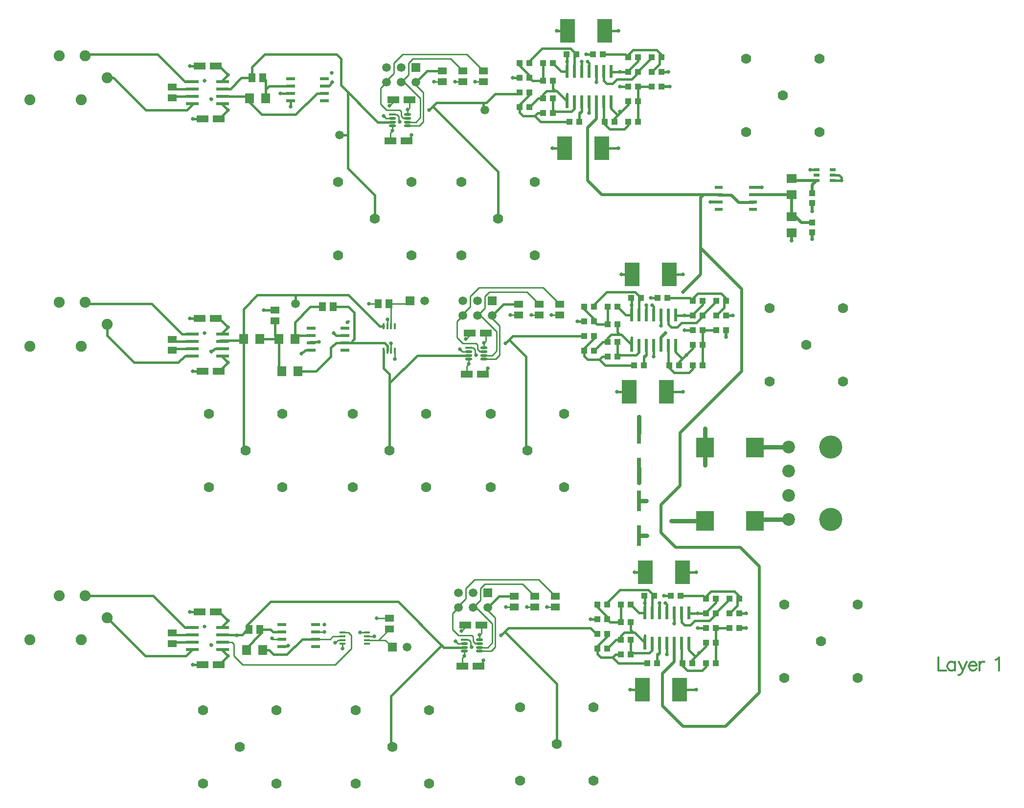
<source format=gtl>
%FSLAX24Y24*%
%MOIN*%
G70*
G01*
G75*
G04 Layer_Physical_Order=1*
%ADD10R,0.0866X0.0236*%
%ADD11R,0.0409X0.0150*%
%ADD12R,0.0236X0.0866*%
%ADD13R,0.0433X0.0394*%
%ADD14R,0.0787X0.0472*%
%ADD15R,0.0866X0.0236*%
%ADD16R,0.0591X0.0512*%
%ADD17R,0.0480X0.0169*%
%ADD18O,0.0480X0.0169*%
%ADD19R,0.1024X0.1614*%
%ADD20R,0.0394X0.0236*%
%ADD21R,0.1240X0.1360*%
%ADD22R,0.0315X0.1417*%
%ADD23R,0.0709X0.0630*%
%ADD24R,0.0394X0.0433*%
%ADD25R,0.0551X0.0236*%
%ADD26O,0.0409X0.0150*%
%ADD27R,0.0630X0.0709*%
%ADD28R,0.0512X0.0591*%
%ADD29R,0.0610X0.0236*%
%ADD30R,0.0150X0.0409*%
%ADD31O,0.0150X0.0409*%
%ADD32C,0.0160*%
%ADD33C,0.0100*%
%ADD34C,0.0300*%
%ADD35C,0.0200*%
%ADD36C,0.0120*%
%ADD37C,0.0591*%
%ADD38R,0.0591X0.0591*%
%ADD39C,0.0750*%
%ADD40C,0.0700*%
%ADD41C,0.0866*%
%ADD42C,0.1575*%
%ADD43C,0.0591*%
%ADD44C,0.0250*%
D10*
X34624Y42550D02*
D03*
X32576Y80250D02*
D03*
Y79750D02*
D03*
Y79250D02*
D03*
X34624Y80750D02*
D03*
Y79250D02*
D03*
X32576Y42550D02*
D03*
Y43050D02*
D03*
Y62550D02*
D03*
Y63050D02*
D03*
X34624Y43050D02*
D03*
X32576Y42050D02*
D03*
Y62050D02*
D03*
X34624Y63050D02*
D03*
Y62550D02*
D03*
Y42050D02*
D03*
Y62050D02*
D03*
Y43550D02*
D03*
Y63550D02*
D03*
Y79750D02*
D03*
Y80250D02*
D03*
D11*
X42800Y43200D02*
D03*
D12*
X63400Y44524D02*
D03*
X63900D02*
D03*
X64400D02*
D03*
X66400Y42476D02*
D03*
X65900D02*
D03*
X65400D02*
D03*
X58100Y81424D02*
D03*
X58600D02*
D03*
X59100D02*
D03*
X61100Y79376D02*
D03*
X60600D02*
D03*
X60100D02*
D03*
X62500Y62776D02*
D03*
X63000D02*
D03*
X63500D02*
D03*
X64000D02*
D03*
X64500D02*
D03*
X65000D02*
D03*
X65500D02*
D03*
X62500Y64824D02*
D03*
X63000D02*
D03*
X63500D02*
D03*
X64000D02*
D03*
X64500D02*
D03*
X65000D02*
D03*
X65500D02*
D03*
X58100Y79376D02*
D03*
X58600D02*
D03*
X59100D02*
D03*
X59600D02*
D03*
Y81424D02*
D03*
X60100D02*
D03*
X60600D02*
D03*
X61100D02*
D03*
X63400Y42476D02*
D03*
X63900D02*
D03*
X64400D02*
D03*
X64900D02*
D03*
Y44524D02*
D03*
X65400D02*
D03*
X65900D02*
D03*
X66400D02*
D03*
D13*
X61535Y62000D02*
D03*
X60865D02*
D03*
X59935Y63400D02*
D03*
X59265D02*
D03*
X60865Y63000D02*
D03*
X61535D02*
D03*
X56465Y79600D02*
D03*
X57135D02*
D03*
X61765Y42700D02*
D03*
X62435D02*
D03*
X62465Y66000D02*
D03*
X63135D02*
D03*
X58065Y82600D02*
D03*
X58735D02*
D03*
X63365Y45700D02*
D03*
X64035D02*
D03*
X66665Y64800D02*
D03*
X67335D02*
D03*
X62265Y81400D02*
D03*
X62935D02*
D03*
X67565Y44500D02*
D03*
X68235D02*
D03*
X65735Y61400D02*
D03*
X65065D02*
D03*
X61335Y78000D02*
D03*
X60665D02*
D03*
X66635Y41100D02*
D03*
X65965D02*
D03*
X63335Y61400D02*
D03*
X62665D02*
D03*
X58935Y78000D02*
D03*
X58265D02*
D03*
X64235Y41100D02*
D03*
X63565D02*
D03*
X59265Y64400D02*
D03*
X59935D02*
D03*
X54865Y81000D02*
D03*
X55535D02*
D03*
X60165Y44100D02*
D03*
X60835D02*
D03*
X68935Y64800D02*
D03*
X68265D02*
D03*
X64535Y81400D02*
D03*
X63865D02*
D03*
X69835Y44500D02*
D03*
X69165D02*
D03*
X68935Y63800D02*
D03*
X68265D02*
D03*
X64535Y80400D02*
D03*
X63865D02*
D03*
X69835Y43500D02*
D03*
X69165D02*
D03*
X59935Y62400D02*
D03*
X59265D02*
D03*
X55535Y79000D02*
D03*
X54865D02*
D03*
X60835Y42100D02*
D03*
X60165D02*
D03*
X61535Y65400D02*
D03*
X60865D02*
D03*
X57135Y82000D02*
D03*
X56465D02*
D03*
X62435Y45100D02*
D03*
X61765D02*
D03*
X67335Y65800D02*
D03*
X66665D02*
D03*
X62935Y82400D02*
D03*
X62265D02*
D03*
X68235Y45500D02*
D03*
X67565D02*
D03*
X66665Y62800D02*
D03*
X67335D02*
D03*
X62265Y79400D02*
D03*
X62935D02*
D03*
X67565Y42500D02*
D03*
X68235D02*
D03*
X54865Y80000D02*
D03*
X55535D02*
D03*
X60165Y43100D02*
D03*
X60835D02*
D03*
X56465Y78600D02*
D03*
X57135D02*
D03*
X61765Y41700D02*
D03*
X62435D02*
D03*
X61535Y64200D02*
D03*
X60865D02*
D03*
X57135Y80800D02*
D03*
X56465D02*
D03*
X62435Y43900D02*
D03*
X61765D02*
D03*
X59265Y65400D02*
D03*
X59935D02*
D03*
X54865Y82000D02*
D03*
X55535D02*
D03*
X60165Y45100D02*
D03*
X60835D02*
D03*
X64265Y66000D02*
D03*
X64935D02*
D03*
X59865Y82600D02*
D03*
X60535D02*
D03*
X65165Y45700D02*
D03*
X65835D02*
D03*
X68935Y65800D02*
D03*
X68265D02*
D03*
X64535Y82400D02*
D03*
X63865D02*
D03*
X69835Y45500D02*
D03*
X69165D02*
D03*
X66665Y63800D02*
D03*
X67335D02*
D03*
X62265Y80400D02*
D03*
X62935D02*
D03*
X67565Y43500D02*
D03*
X68235D02*
D03*
X67335Y61400D02*
D03*
X66665D02*
D03*
X62935Y78000D02*
D03*
X62265D02*
D03*
X68235Y41100D02*
D03*
X67565D02*
D03*
D14*
X34151Y81800D02*
D03*
X33049D02*
D03*
X33249Y78200D02*
D03*
X34351D02*
D03*
X52551Y63600D02*
D03*
X51449D02*
D03*
X52351Y60800D02*
D03*
X51249D02*
D03*
X33249Y41000D02*
D03*
Y61000D02*
D03*
X33049Y44600D02*
D03*
Y64600D02*
D03*
X52051Y40900D02*
D03*
X47151Y76700D02*
D03*
X51149Y43700D02*
D03*
X46249Y79500D02*
D03*
X34351Y41000D02*
D03*
Y61000D02*
D03*
X50949Y40900D02*
D03*
X46049Y76700D02*
D03*
X34151Y44600D02*
D03*
Y64600D02*
D03*
X52251Y43700D02*
D03*
X47351Y79500D02*
D03*
D15*
X32576Y80750D02*
D03*
Y43550D02*
D03*
Y63550D02*
D03*
D16*
X31200Y79626D02*
D03*
Y80374D02*
D03*
X57600Y64826D02*
D03*
Y65574D02*
D03*
X56200Y64826D02*
D03*
Y65574D02*
D03*
X54800Y64826D02*
D03*
Y65574D02*
D03*
X46000Y43426D02*
D03*
Y44174D02*
D03*
X38200Y64426D02*
D03*
Y65174D02*
D03*
X31200Y42426D02*
D03*
Y43174D02*
D03*
Y62426D02*
D03*
Y63174D02*
D03*
X57300Y45674D02*
D03*
X55900D02*
D03*
X54500D02*
D03*
X52400Y81474D02*
D03*
X51000D02*
D03*
X49600D02*
D03*
X57300Y44926D02*
D03*
X52400Y80726D02*
D03*
X55900Y44926D02*
D03*
X51000Y80726D02*
D03*
X54500Y44926D02*
D03*
X49600Y80726D02*
D03*
D17*
X51400Y62600D02*
D03*
X46200Y78500D02*
D03*
X51100Y42700D02*
D03*
D18*
X51400Y62344D02*
D03*
Y62088D02*
D03*
Y61832D02*
D03*
X52432Y62600D02*
D03*
Y62344D02*
D03*
Y62088D02*
D03*
Y61832D02*
D03*
X52132Y42444D02*
D03*
Y42188D02*
D03*
Y41932D02*
D03*
X47231Y78244D02*
D03*
Y77988D02*
D03*
Y77732D02*
D03*
X46200Y77988D02*
D03*
X51100Y42188D02*
D03*
Y42444D02*
D03*
X46200Y78244D02*
D03*
X51100Y41932D02*
D03*
X46200Y77732D02*
D03*
X52132Y42700D02*
D03*
X47231Y78500D02*
D03*
D19*
X62340Y59600D02*
D03*
X64860D02*
D03*
X62540Y67600D02*
D03*
X65060D02*
D03*
X65960Y47300D02*
D03*
X60660Y84200D02*
D03*
X63240Y39300D02*
D03*
X57940Y76200D02*
D03*
X63440Y47300D02*
D03*
X58140Y84200D02*
D03*
X65760Y39300D02*
D03*
X60460Y76200D02*
D03*
D20*
X75098Y74748D02*
D03*
Y74374D02*
D03*
Y74000D02*
D03*
X76200Y74748D02*
D03*
Y74374D02*
D03*
Y74000D02*
D03*
D21*
X67510Y50800D02*
D03*
X70890D02*
D03*
X67510Y55800D02*
D03*
X70890D02*
D03*
D22*
X63000Y49819D02*
D03*
Y52181D02*
D03*
Y54419D02*
D03*
Y56781D02*
D03*
D23*
X73400Y74151D02*
D03*
Y73049D02*
D03*
Y71551D02*
D03*
Y70449D02*
D03*
D24*
X74800Y72465D02*
D03*
Y73135D02*
D03*
Y70465D02*
D03*
Y71135D02*
D03*
D25*
X70761Y72050D02*
D03*
Y72550D02*
D03*
Y73050D02*
D03*
Y73550D02*
D03*
X68439Y72050D02*
D03*
Y72550D02*
D03*
Y73050D02*
D03*
Y73550D02*
D03*
D26*
X42800Y42944D02*
D03*
Y42688D02*
D03*
Y42432D02*
D03*
X44469Y43200D02*
D03*
Y42944D02*
D03*
Y42688D02*
D03*
Y42432D02*
D03*
D27*
X36249Y42000D02*
D03*
X37351D02*
D03*
X39751Y61000D02*
D03*
X38649D02*
D03*
X39551Y63200D02*
D03*
X38449D02*
D03*
X37151D02*
D03*
X36049D02*
D03*
X36449Y79600D02*
D03*
X37551D02*
D03*
D28*
X37174Y43400D02*
D03*
X36426D02*
D03*
X41426Y65400D02*
D03*
X42174D02*
D03*
X45974Y65600D02*
D03*
X45226D02*
D03*
X36626Y81000D02*
D03*
X37374D02*
D03*
D29*
X40648Y63950D02*
D03*
Y63450D02*
D03*
Y62950D02*
D03*
Y62450D02*
D03*
X42952Y63950D02*
D03*
Y63450D02*
D03*
Y62950D02*
D03*
Y62450D02*
D03*
X40952Y42250D02*
D03*
Y42750D02*
D03*
Y43250D02*
D03*
Y43750D02*
D03*
X38648Y42250D02*
D03*
Y42750D02*
D03*
Y43250D02*
D03*
Y43750D02*
D03*
X41552Y79450D02*
D03*
Y79950D02*
D03*
Y80450D02*
D03*
Y80950D02*
D03*
X39248Y79450D02*
D03*
Y79950D02*
D03*
Y80450D02*
D03*
Y80950D02*
D03*
D30*
X45600Y62400D02*
D03*
D31*
X45856D02*
D03*
X46112D02*
D03*
X46368D02*
D03*
X45600Y64069D02*
D03*
X45856D02*
D03*
X46112D02*
D03*
X46368D02*
D03*
D32*
X55300Y55600D02*
Y62000D01*
X54222Y63078D02*
X55300Y62000D01*
X54400Y63400D02*
X59265D01*
X53900Y62900D02*
X54400Y63400D01*
X65060Y67600D02*
X66000D01*
X61800D02*
X62540D01*
X61500Y59600D02*
X62340D01*
X64860D02*
X66000D01*
X63335Y61935D02*
X63500Y62100D01*
Y62776D01*
X63335Y61400D02*
Y61935D01*
X64000Y62000D02*
Y62776D01*
X65524Y64800D02*
X66665D01*
X66100Y63800D02*
X66665D01*
X63500Y64824D02*
Y65500D01*
X63900Y65500D02*
X64000Y65400D01*
Y64824D02*
Y65400D01*
X64500Y64100D02*
Y64824D01*
X67335Y64735D02*
Y64835D01*
X65000Y64200D02*
Y64824D01*
Y64200D02*
X65200Y64000D01*
X65600D01*
X65900Y64300D01*
X66900D01*
X67335Y64735D01*
X66665Y61165D02*
Y61400D01*
X65000Y61300D02*
X65400Y60900D01*
X66400D01*
X66665Y61165D01*
X65000Y61465D02*
Y62776D01*
X65932Y61839D02*
Y61857D01*
X65500Y62289D02*
X65932Y61857D01*
X67335Y61400D02*
Y63800D01*
X68265D01*
X66600Y64800D02*
X67335Y65535D01*
Y65800D01*
X66465Y66000D02*
X66665Y65800D01*
X68935D02*
Y65965D01*
X66600Y65900D02*
X67000Y66300D01*
X68600D01*
X68935Y65965D01*
X62500Y64824D02*
Y65965D01*
X63800Y66000D02*
X64265D01*
X68935Y64800D02*
X69400D01*
X68800Y65335D02*
Y65800D01*
X68265Y64800D02*
X68800Y65335D01*
X67335Y64835D02*
X68200Y65700D01*
X64935Y66000D02*
X66465D01*
X58800Y64400D02*
X59265D01*
X60800Y64200D02*
X60865Y64265D01*
X60135Y64200D02*
X60865D01*
Y64265D02*
Y65400D01*
X62735Y66400D02*
X63135Y66000D01*
X59935Y65400D02*
Y65535D01*
X60800Y66400D02*
X62735D01*
X59935Y65535D02*
X60800Y66400D01*
X63000Y65800D02*
X63135Y65935D01*
X63000Y64824D02*
Y65800D01*
X62465Y66000D02*
X62500Y65965D01*
X62111Y64824D02*
X62500D01*
X61535Y65400D02*
X62111Y64824D01*
X59935Y64400D02*
X60135Y64200D01*
X59935Y64400D02*
Y64565D01*
X59265Y65235D02*
Y65400D01*
Y65235D02*
X59935Y64565D01*
X61100Y63500D02*
X61800D01*
X61535Y63665D02*
X61700Y63500D01*
X61535Y63665D02*
Y64200D01*
X60865Y63000D02*
Y63265D01*
X62500Y62776D02*
Y63300D01*
X61800Y63500D02*
X62500Y62800D01*
X60535Y63000D02*
X60865D01*
X59935Y62400D02*
X60535Y63000D01*
X60865Y63265D02*
X61100Y63500D01*
X61535Y62000D02*
Y63000D01*
X63000Y62300D02*
Y62776D01*
X62800Y62100D02*
X63000Y62300D01*
X61600Y62100D02*
X62800D01*
X59265Y62035D02*
Y62565D01*
X60500Y62000D02*
X60865D01*
X60700Y61400D02*
X62665D01*
X60300Y61800D02*
X60500Y62000D01*
X59500Y61800D02*
X60300D01*
X60700Y61400D01*
X59935Y62400D02*
Y62469D01*
X59935Y63235D02*
Y63400D01*
X59265Y62035D02*
X59500Y61800D01*
X59265Y62565D02*
X59935Y63235D01*
X47888Y62088D02*
X51400D01*
X46000Y55600D02*
Y60800D01*
Y60200D02*
X47888Y62088D01*
X45600Y61200D02*
Y62400D01*
X53774Y65574D02*
X54800D01*
X53000Y64800D02*
X53774Y65574D01*
X42350Y62950D02*
X45650D01*
X43350D02*
X43600Y63200D01*
X45856Y62400D02*
Y62744D01*
X42174Y65400D02*
X43200D01*
X39751Y61000D02*
X41000D01*
X45650Y62950D02*
X45856Y62744D01*
X42000Y62600D02*
X42350Y62950D01*
X42000Y62000D02*
Y62600D01*
X41000Y61000D02*
X42000Y62000D01*
X38449Y61151D02*
X38600Y61000D01*
X38449Y61151D02*
Y63200D01*
X38200Y63449D02*
X38449Y63200D01*
X37151D02*
X38400D01*
X43600D02*
Y65000D01*
X43200Y65400D02*
X43600Y65000D01*
X40600Y65400D02*
X41426D01*
X39551Y63200D02*
X39801Y63450D01*
X39551Y63200D02*
Y64351D01*
X40600Y65400D01*
X43135Y64335D02*
X43200Y64400D01*
X42350Y63450D02*
X42952D01*
X42200Y63600D02*
X42350Y63450D01*
X40250Y62450D02*
X40648D01*
X40000Y62200D02*
X40250Y62450D01*
X40600Y63000D02*
X41200D01*
X39801Y63450D02*
X40648D01*
X38200Y63449D02*
Y64426D01*
X34465Y63092D02*
X35940D01*
X34151Y64600D02*
X34400D01*
X32400D02*
X33049D01*
X32600Y61000D02*
X33249D01*
X34351D02*
X34400D01*
X31200Y62426D02*
X31324Y62550D01*
X31200Y63174D02*
X31324Y63050D01*
X32576D01*
X31324Y62550D02*
X32576D01*
X34624Y63624D02*
X35000Y64000D01*
X34400Y64600D02*
X35000Y64000D01*
X34624Y63550D02*
Y63624D01*
Y61976D02*
Y62050D01*
Y61976D02*
X35000Y61600D01*
X34400Y61000D02*
X35000Y61600D01*
X33800Y42400D02*
X33865Y42335D01*
X34151Y44600D02*
X34400D01*
X32400D02*
X33049D01*
X32600Y41000D02*
X33249D01*
X34351D02*
X34400D01*
X31200Y42426D02*
X31324Y42550D01*
X31200Y43174D02*
X31324Y43050D01*
X32576D01*
X31324Y42550D02*
X32576D01*
X34624Y43624D02*
X35000Y44000D01*
X34400Y44600D02*
X35000Y44000D01*
X34624Y43550D02*
Y43624D01*
Y41976D02*
Y42050D01*
Y41976D02*
X35000Y41600D01*
X34400Y41000D02*
X35000Y41600D01*
X32400Y81800D02*
X33049D01*
X34400D02*
X35000Y81200D01*
X34624Y80824D02*
X35000Y81200D01*
X34151Y81800D02*
X34400D01*
X34624Y80750D02*
Y80824D01*
X32600Y78200D02*
X33249D01*
X34624Y79176D02*
X35000Y78800D01*
X34400Y78200D02*
X35000Y78800D01*
X34351Y78200D02*
X34400D01*
X33800Y79600D02*
X33865Y79535D01*
X34624Y79176D02*
Y79250D01*
X31324Y80250D02*
X32576D01*
X31200Y80374D02*
X31324Y80250D01*
X31324Y79750D02*
X32576D01*
X31200Y79626D02*
X31324Y79750D01*
X36049Y65249D02*
X37000Y66200D01*
X43200D02*
X45331Y64069D01*
X37426Y65174D02*
X38200D01*
X31850Y63550D02*
X32550D01*
X30200Y82600D02*
X32050Y80750D01*
X32576D01*
X25200Y82600D02*
X30200D01*
X27200Y81000D02*
X29400Y78800D01*
X32200D01*
X26750Y81000D02*
X27200D01*
X32200Y78800D02*
X32600Y79200D01*
X26750Y63450D02*
X28600Y61600D01*
X26750Y63450D02*
Y64200D01*
X28600Y61600D02*
X31600D01*
X32050Y62050D01*
X32576D01*
X25200Y65600D02*
X29800D01*
X31850Y63550D01*
X36049Y55751D02*
X36200Y55600D01*
X35899Y63050D02*
X36049Y63200D01*
X39600Y65800D02*
Y66200D01*
X45331Y64069D02*
X45600D01*
X36049Y55751D02*
Y65249D01*
X37000Y66200D02*
X43200D01*
X33800Y62400D02*
X33865Y62335D01*
X34081Y62550D01*
X34624D01*
X45600Y61200D02*
X46000Y60800D01*
X35950Y43050D02*
X36300Y43400D01*
X36426D01*
X37900D02*
X38050Y43250D01*
X37174Y43400D02*
X37900D01*
X38050Y43250D02*
X38648D01*
X36249Y42149D02*
X37200Y43100D01*
X36249Y42000D02*
Y42149D01*
X37200Y43100D02*
Y43500D01*
X37800Y42000D02*
X38100Y41700D01*
X39000D01*
X40050Y42750D01*
X37351Y42000D02*
X37800D01*
X40050Y42750D02*
X40843D01*
X29900Y45700D02*
X32050Y43550D01*
X25250Y45700D02*
X29900D01*
X32050Y43550D02*
X32576D01*
X26750Y44200D02*
X29350Y41600D01*
X32126D01*
X32576Y42050D01*
X47800Y80700D02*
X48574Y81474D01*
X49600D01*
X52700Y44900D02*
X53474Y45674D01*
X54500D01*
X37900Y45300D02*
X46600D01*
X36300Y43700D02*
X37900Y45300D01*
X36300Y43400D02*
Y43700D01*
Y43400D02*
X36400Y43300D01*
X57135Y78600D02*
Y79600D01*
X55535Y79000D02*
X56135Y79600D01*
X56465D01*
Y79865D01*
X56700Y80100D01*
X57400D02*
X58100Y79400D01*
X57135Y80265D02*
X57300Y80100D01*
X57135Y80265D02*
Y80800D01*
X56700Y80100D02*
X57400D01*
X55535Y82135D02*
X56400Y83000D01*
X58335D01*
X58600Y81424D02*
Y82400D01*
X58735Y82535D01*
X58335Y83000D02*
X58735Y82600D01*
X58100Y81424D02*
Y82565D01*
X58065Y82600D02*
X58100Y82565D01*
X59400Y82600D02*
X59865D01*
X60600Y80800D02*
X60800Y80600D01*
X61200D01*
X60600Y80800D02*
Y81424D01*
X61200Y80600D02*
X61500Y80900D01*
X62500D01*
X62935Y81335D01*
Y81435D01*
X63800Y82300D01*
X61700Y80400D02*
X62265D01*
X61124Y81400D02*
X62265D01*
X62200D02*
X62935Y82135D01*
X60600Y77900D02*
X61000Y77500D01*
X60600Y78065D02*
Y79376D01*
X61000Y77500D02*
X62000D01*
X62265Y77765D01*
X61335Y78235D02*
X62265Y79165D01*
X61100Y78889D02*
X61532Y78457D01*
X61335Y78000D02*
Y78235D01*
X61532Y78439D02*
Y78457D01*
X54865Y78635D02*
Y79165D01*
X55100Y78400D02*
X55900D01*
X54865Y78635D02*
X55100Y78400D01*
X55900D02*
X56300Y78000D01*
X58265D01*
X55900Y78400D02*
X56100Y78600D01*
X56465D01*
X58935Y78000D02*
Y78535D01*
X59100Y78700D01*
Y79376D01*
X55535Y81000D02*
X55735Y80800D01*
X54865Y81835D02*
X55535Y81165D01*
X55735Y80800D02*
X56465D01*
X55535Y81000D02*
Y81165D01*
X54400Y81000D02*
X54865D01*
X63865Y81400D02*
X64400Y81935D01*
Y82400D01*
X64535Y81400D02*
X65000D01*
X62935Y80400D02*
X63865D01*
X60460Y76200D02*
X61600D01*
X57100D02*
X57940D01*
X60660Y84200D02*
X61600D01*
X57400D02*
X58140D01*
X54865Y79165D02*
X55535Y79835D01*
X55535Y79000D02*
Y79069D01*
X56465Y80865D02*
Y82000D01*
X57135D02*
X57711Y81424D01*
X58100D01*
X62065Y82600D02*
X62265Y82400D01*
X60535Y82600D02*
X62065D01*
X62200Y82500D02*
X62600Y82900D01*
X64200D01*
X64535Y82565D01*
X62935Y82135D02*
Y82400D01*
X62935Y78000D02*
Y80400D01*
X62265Y79165D02*
Y79400D01*
X55535Y79835D02*
Y80000D01*
X57200Y78700D02*
X58400D01*
X58600Y78900D01*
X56400Y80800D02*
X56465Y80865D01*
X55535Y82000D02*
Y82135D01*
X54865Y81835D02*
Y82000D01*
X64535Y82400D02*
Y82565D01*
X62265Y77765D02*
Y78000D01*
X60100Y80700D02*
Y81424D01*
X59500Y82100D02*
X59600Y82000D01*
Y81424D02*
Y82000D01*
X59100Y81424D02*
Y82100D01*
X61100Y78889D02*
Y79376D01*
X59600Y78600D02*
Y79376D01*
X58600Y78900D02*
Y79376D01*
X58100D02*
Y79900D01*
X62435Y41700D02*
Y42700D01*
X60835Y42100D02*
X61435Y42700D01*
X61765D01*
Y42965D01*
X62000Y43200D01*
X62700D02*
X63400Y42500D01*
X62435Y43365D02*
X62600Y43200D01*
X62435Y43365D02*
Y43900D01*
X62000Y43200D02*
X62700D01*
X60835Y45235D02*
X61700Y46100D01*
X63635D01*
X63900Y44524D02*
Y45500D01*
X64035Y45635D01*
X63635Y46100D02*
X64035Y45700D01*
X63400Y44524D02*
Y45665D01*
X63365Y45700D02*
X63400Y45665D01*
X64700Y45700D02*
X65165D01*
X65900Y43900D02*
X66100Y43700D01*
X66500D01*
X65900Y43900D02*
Y44524D01*
X66500Y43700D02*
X66800Y44000D01*
X67800D01*
X68235Y44435D01*
Y44535D01*
X69100Y45400D01*
X67000Y43500D02*
X67565D01*
X66424Y44500D02*
X67565D01*
X67500D02*
X68235Y45235D01*
X65900Y41000D02*
X66300Y40600D01*
X65900Y41165D02*
Y42476D01*
X66300Y40600D02*
X67300D01*
X67565Y40865D01*
X66400Y41989D02*
X66832Y41557D01*
Y41539D02*
Y41557D01*
X60165Y41735D02*
Y42265D01*
X60400Y41500D02*
X61200D01*
X60165Y41735D02*
X60400Y41500D01*
X61200D02*
X61600Y41100D01*
X63565D01*
X61200Y41500D02*
X61400Y41700D01*
X61765D01*
X64235Y41100D02*
Y41635D01*
X64400Y41800D01*
Y42476D01*
X60835Y44100D02*
X61035Y43900D01*
X60165Y44935D02*
X60835Y44265D01*
X61035Y43900D02*
X61765D01*
X60835Y44100D02*
Y44265D01*
X59700Y44100D02*
X60165D01*
X69165Y44500D02*
X69700Y45035D01*
Y45500D01*
X69835Y44500D02*
X70300D01*
X68235Y43500D02*
X69165D01*
X65760Y39300D02*
X66900D01*
X62400D02*
X63240D01*
X65960Y47300D02*
X66900D01*
X62700D02*
X63440D01*
X60165Y42265D02*
X60835Y42935D01*
X60835Y42100D02*
Y42169D01*
X61765Y43965D02*
Y45100D01*
X62435D02*
X63011Y44524D01*
X63400D01*
X67365Y45700D02*
X67565Y45500D01*
X65835Y45700D02*
X67365D01*
X67500Y45600D02*
X67900Y46000D01*
X69500D01*
X69835Y45665D01*
X68235Y45235D02*
Y45500D01*
X68235Y41100D02*
Y43500D01*
X67565Y42265D02*
Y42500D01*
X60835Y42935D02*
Y43100D01*
X62500Y41800D02*
X63700D01*
X63900Y42000D01*
X61700Y43900D02*
X61765Y43965D01*
X60835Y45100D02*
Y45235D01*
X60165Y44935D02*
Y45100D01*
X69835Y45500D02*
Y45665D01*
X67565Y40865D02*
Y41100D01*
X65400Y43800D02*
Y44524D01*
X64800Y45200D02*
X64900Y45100D01*
Y44524D02*
Y45100D01*
X64400Y44524D02*
Y45200D01*
X64900Y41700D02*
Y42476D01*
X63900Y42000D02*
Y42476D01*
X63400D02*
Y43000D01*
X53600Y43000D02*
X54100Y43500D01*
X59700D01*
X60100Y43100D01*
X46100Y38882D02*
X49559Y42341D01*
X49712Y42188D02*
X51100D01*
X46100Y35300D02*
Y38882D01*
X46600Y45300D02*
X49712Y42188D01*
X57400Y35600D02*
Y39700D01*
X53922Y43178D02*
X57400Y39700D01*
X66635Y41100D02*
Y41335D01*
X66400Y41989D02*
Y42476D01*
X66635Y41335D02*
X67565Y42265D01*
X34624Y43050D02*
X35950D01*
X35150Y80250D02*
X35900Y81000D01*
X34624Y79750D02*
X36150D01*
X36300Y79600D01*
X37374Y81000D02*
X37551Y80823D01*
Y80200D02*
X37801Y80450D01*
X39248D01*
X37551Y79600D02*
Y80823D01*
X38550Y79950D02*
X39248D01*
Y79048D02*
Y79450D01*
X41552Y80450D02*
X41850D01*
X42100Y80700D01*
X39600Y78500D02*
X41050Y79950D01*
X37300Y78500D02*
X39600D01*
X36400Y79400D02*
X37300Y78500D01*
X36300Y79400D02*
X36400D01*
X41050Y79950D02*
X41552D01*
X42700Y80500D02*
Y82300D01*
X42400Y82600D02*
X42700Y82300D01*
X37500Y82600D02*
X42400D01*
X36626Y81726D02*
X37500Y82600D01*
X34624Y80250D02*
X35150D01*
X35900Y81000D02*
X36626D01*
X43162Y74837D02*
X45000Y73000D01*
X53400Y71400D02*
Y74600D01*
X49022Y78978D02*
X53400Y74600D01*
X52600Y79300D02*
X53200Y79900D01*
X48700Y78800D02*
X49200Y79300D01*
X52400Y79000D02*
Y79300D01*
X49200D02*
X52600D01*
X52400Y79000D02*
X52600Y78800D01*
X42600Y77100D02*
X43100D01*
X36626Y81000D02*
Y81726D01*
X45000Y71400D02*
Y73000D01*
X45212Y77988D02*
X46200D01*
X42700Y80500D02*
X45212Y77988D01*
X43162Y74837D02*
Y80037D01*
X76626Y74374D02*
X76800Y74200D01*
X76200Y74000D02*
X76800D01*
X76200Y74374D02*
X76626D01*
X76800Y74000D02*
Y74200D01*
X74648Y74748D02*
X75098D01*
X65735Y61400D02*
Y61635D01*
X65500Y62289D02*
Y62776D01*
X66665Y62565D02*
Y62800D01*
X65735Y61635D02*
X66665Y62565D01*
X53200Y79900D02*
X54800D01*
D33*
X51821Y62179D02*
Y62479D01*
X51400Y62600D02*
X51700D01*
X51821Y62479D01*
X51000Y62900D02*
X51900D01*
X52156Y62344D02*
X52432D01*
X52000Y62500D02*
Y62800D01*
X50600Y64400D02*
X51000Y64800D01*
X51900Y62900D02*
X52000Y62800D01*
Y62500D02*
X52156Y62344D01*
X50956D02*
X51400D01*
X50800Y62500D02*
X50956Y62344D01*
X54226Y64826D02*
X54800D01*
X55674D02*
X56200D01*
X57026D02*
X57600D01*
X53000Y64600D02*
Y64800D01*
X52432Y61832D02*
X53232D01*
X53500Y62100D01*
Y64100D01*
X53000Y64600D02*
X53500Y64100D01*
X51800Y64700D02*
X52300D01*
X52432Y62088D02*
X52988D01*
X52300Y64700D02*
X53300Y63700D01*
Y62400D02*
Y63700D01*
X52988Y62088D02*
X53300Y62400D01*
X50600Y63300D02*
Y64400D01*
Y63300D02*
X51000Y62900D01*
X51400Y61500D02*
Y61832D01*
X51249Y61349D02*
X51400Y61500D01*
X51249Y60800D02*
Y61349D01*
X52700Y61149D02*
Y61200D01*
X52351Y60800D02*
X52700Y61149D01*
X51449Y63449D02*
Y63600D01*
X51200Y63200D02*
X51449Y63449D01*
X52551Y63051D02*
Y63600D01*
X52432Y62931D02*
X52551Y63051D01*
X52432Y62600D02*
Y62931D01*
X50900Y64800D02*
X51500Y65400D01*
X56474Y66700D02*
X57600Y65574D01*
X51500Y65400D02*
Y66100D01*
X52100Y66700D01*
X56474D01*
X52800Y66400D02*
X55374D01*
X56200Y65574D01*
X52500Y66100D02*
X52800Y66400D01*
X52000Y64800D02*
X52500Y65300D01*
Y66100D01*
X44600Y65600D02*
X45226D01*
X47200D02*
X47400Y65800D01*
X45974Y65600D02*
X47200D01*
X45974D02*
X46112Y65462D01*
Y64069D02*
Y65462D01*
X45856Y64069D02*
Y64544D01*
X46112Y62400D02*
Y62912D01*
X46368Y61832D02*
Y62400D01*
X41950Y42750D02*
X42144Y42944D01*
X40952Y42750D02*
X41950D01*
X42144Y42944D02*
X42800D01*
X43200Y43200D02*
X43400Y43000D01*
Y42100D02*
Y43000D01*
X42300Y41000D02*
X43400Y42100D01*
X36000Y41000D02*
X42300D01*
X35400Y41600D02*
X36000Y41000D01*
X35400Y41600D02*
Y42400D01*
X35250Y42550D02*
X35400Y42400D01*
X34624Y42550D02*
X35250D01*
X42800Y43200D02*
X43200D01*
X44000D02*
X44469D01*
X42300Y42500D02*
X42488Y42688D01*
X42800D01*
Y42100D02*
Y42432D01*
X45262Y42688D02*
X46000Y43426D01*
X45712Y42688D02*
X46100Y42300D01*
X44469Y42688D02*
X45712D01*
X44469Y42944D02*
X44956D01*
X38648Y42250D02*
X39050D01*
X39100Y42300D01*
X38000Y42800D02*
X38050Y42750D01*
X38648D01*
X40952Y43250D02*
X41550D01*
X45126Y44174D02*
X46000D01*
Y79100D02*
X46249Y79349D01*
Y79500D01*
X47231Y78500D02*
Y78832D01*
X47351Y78951D01*
Y79500D01*
X46049Y76700D02*
Y77249D01*
X46200Y77400D01*
Y77732D01*
X47151Y76700D02*
X47500Y77049D01*
Y77100D01*
X47231Y77732D02*
X48032D01*
X47800Y80500D02*
Y80700D01*
X48032Y77732D02*
X48300Y78000D01*
Y80000D01*
X47800Y80500D02*
X48300Y80000D01*
X47231Y77988D02*
X47788D01*
X47100Y80600D02*
X48100Y79600D01*
X46600Y80600D02*
X47100D01*
X46800Y80700D02*
X47300Y81200D01*
Y82000D01*
X47788Y77988D02*
X48100Y78300D01*
Y79600D01*
X47300Y82000D02*
X47600Y82300D01*
X50174D01*
X51000Y81474D01*
X45400Y79200D02*
X45800Y78800D01*
X45400Y79200D02*
Y80300D01*
X45800Y78800D02*
X46700D01*
X45400Y80300D02*
X45800Y80700D01*
X45700D02*
X46300Y81300D01*
Y82000D01*
X46900Y82600D01*
X46800Y78400D02*
X46956Y78244D01*
X46800Y78400D02*
Y78700D01*
X46700Y78800D02*
X46800Y78700D01*
X46900Y82600D02*
X51274D01*
X52400Y81474D01*
X49026Y80726D02*
X49600D01*
X50474D02*
X51000D01*
X51826D02*
X52400D01*
X46956Y78244D02*
X47231D01*
X45600Y78400D02*
X45756Y78244D01*
X46200D01*
Y78500D02*
X46500D01*
X46621Y78079D02*
Y78379D01*
X46500Y78500D02*
X46621Y78379D01*
X50900Y43300D02*
X51149Y43549D01*
Y43700D01*
X52132Y42700D02*
Y43032D01*
X52251Y43151D01*
Y43700D01*
X50949Y40900D02*
Y41449D01*
X51100Y41600D01*
Y41932D01*
X52051Y40900D02*
X52400Y41249D01*
Y41300D01*
X52132Y41932D02*
X52932D01*
X52700Y44700D02*
Y44900D01*
X52932Y41932D02*
X53200Y42200D01*
Y44200D01*
X52700Y44700D02*
X53200Y44200D01*
X52132Y42188D02*
X52688D01*
X52000Y44800D02*
X53000Y43800D01*
X51500Y44800D02*
X52000D01*
X51700Y44900D02*
X52200Y45400D01*
Y46200D01*
X52688Y42188D02*
X53000Y42500D01*
Y43800D01*
X52200Y46200D02*
X52500Y46500D01*
X55074D01*
X55900Y45674D01*
X50300Y43400D02*
X50700Y43000D01*
X50300Y43400D02*
Y44500D01*
X50700Y43000D02*
X51600D01*
X50300Y44500D02*
X50700Y44900D01*
X50600D02*
X51200Y45500D01*
Y46200D01*
X51800Y46800D01*
X51700Y42600D02*
X51856Y42444D01*
X51700Y42600D02*
Y42900D01*
X51600Y43000D02*
X51700Y42900D01*
X51800Y46800D02*
X56174D01*
X57300Y45674D01*
X53926Y44926D02*
X54500D01*
X55374D02*
X55900D01*
X56726D02*
X57300D01*
X51856Y42444D02*
X52132D01*
X50656D02*
X51100D01*
X50500Y42600D02*
X50656Y42444D01*
X51100Y42700D02*
X51400D01*
X51521Y42279D02*
Y42579D01*
X51400Y42700D02*
X51521Y42579D01*
D34*
X70890Y55800D02*
X70944Y55854D01*
X73200D01*
X70890Y50800D02*
X70983Y50893D01*
X73200D01*
X63000Y49819D02*
X63519D01*
X65200Y50800D02*
X67510D01*
X63000Y52181D02*
X63481D01*
X63000Y53400D02*
Y54419D01*
Y56781D02*
Y57900D01*
X67510Y54590D02*
Y57110D01*
D35*
X73400Y74151D02*
X73551Y74000D01*
X75098D01*
X74800Y73135D02*
Y73702D01*
X75098Y74000D01*
X74800Y71900D02*
Y72465D01*
X73649Y71551D02*
X74065Y71135D01*
X74800D01*
X73400Y71551D02*
X73649D01*
X74800Y70000D02*
Y70465D01*
X73400Y69900D02*
Y70449D01*
X70761Y73050D02*
X73399D01*
X73400Y71551D02*
Y73049D01*
X69300Y73000D02*
X69800Y72500D01*
X70761Y73550D02*
X71350D01*
X67850Y72550D02*
X68439D01*
X59500Y74000D02*
X60450Y73050D01*
X59500Y74000D02*
Y77600D01*
X60100Y78200D01*
X69800Y72500D02*
X70800D01*
X68400Y73000D02*
X69300D01*
X70000Y61000D02*
Y66600D01*
X65800Y56800D02*
X70000Y61000D01*
X65800Y53200D02*
Y56800D01*
X64500Y51900D02*
X65800Y53200D01*
X64500Y50000D02*
Y51900D01*
Y50000D02*
X65500Y49000D01*
X69900D01*
X71200Y47700D01*
Y39100D02*
Y47700D01*
X68900Y36800D02*
X71200Y39100D01*
X66000Y36800D02*
X68900D01*
X64600Y38200D02*
X66000Y36800D01*
X64600Y38200D02*
Y40400D01*
X65400Y41200D01*
X64500Y62776D02*
Y63300D01*
X60100Y78200D02*
Y79376D01*
X64500Y63300D02*
X64800Y63600D01*
X65400Y41200D02*
Y42476D01*
X66000Y66400D02*
X67200Y67600D01*
Y69400D02*
X70000Y66600D01*
X67200Y72850D02*
X67400Y73050D01*
X60450D02*
X68439D01*
X67200Y67600D02*
Y72850D01*
X69835Y43500D02*
X70300D01*
X68935Y63335D02*
Y63800D01*
X64535Y80400D02*
X65100D01*
D36*
X83400Y41500D02*
Y40600D01*
X83914D01*
X84527Y41200D02*
Y40600D01*
Y41071D02*
X84441Y41157D01*
X84356Y41200D01*
X84227D01*
X84141Y41157D01*
X84056Y41071D01*
X84013Y40943D01*
Y40857D01*
X84056Y40729D01*
X84141Y40643D01*
X84227Y40600D01*
X84356D01*
X84441Y40643D01*
X84527Y40729D01*
X84810Y41200D02*
X85067Y40600D01*
X85324Y41200D02*
X85067Y40600D01*
X84981Y40429D01*
X84895Y40343D01*
X84810Y40300D01*
X84767D01*
X85474Y40943D02*
X85988D01*
Y41028D01*
X85945Y41114D01*
X85902Y41157D01*
X85817Y41200D01*
X85688D01*
X85602Y41157D01*
X85517Y41071D01*
X85474Y40943D01*
Y40857D01*
X85517Y40729D01*
X85602Y40643D01*
X85688Y40600D01*
X85817D01*
X85902Y40643D01*
X85988Y40729D01*
X86181Y41200D02*
Y40600D01*
Y40943D02*
X86224Y41071D01*
X86309Y41157D01*
X86395Y41200D01*
X86524D01*
X87312Y41328D02*
X87398Y41371D01*
X87526Y41500D01*
Y40600D01*
D37*
X51000Y64800D02*
D03*
Y65800D02*
D03*
X52000Y64800D02*
D03*
Y65800D02*
D03*
X53000Y64800D02*
D03*
X47200Y42200D02*
D03*
X48400Y65800D02*
D03*
X50700Y44900D02*
D03*
X51700D02*
D03*
X52700D02*
D03*
X45800Y80700D02*
D03*
X46800D02*
D03*
X47800D02*
D03*
X50700Y45900D02*
D03*
X51700D02*
D03*
X45800Y81700D02*
D03*
X46800D02*
D03*
D38*
X53000Y65800D02*
D03*
X46200Y42200D02*
D03*
X47400Y65800D02*
D03*
X52700Y45900D02*
D03*
X47800Y81700D02*
D03*
D39*
X25000Y62700D02*
D03*
X25250Y65700D02*
D03*
X26750Y64200D02*
D03*
X21500Y62700D02*
D03*
X23500Y65700D02*
D03*
X25000Y42700D02*
D03*
X25250Y45700D02*
D03*
X26750Y44200D02*
D03*
X21500Y42700D02*
D03*
X23500Y45700D02*
D03*
X25000Y79500D02*
D03*
X25250Y82500D02*
D03*
X26750Y81000D02*
D03*
X21500Y79500D02*
D03*
X23500Y82500D02*
D03*
D40*
X57900Y58100D02*
D03*
X52900D02*
D03*
Y53100D02*
D03*
X57900D02*
D03*
X55400Y55600D02*
D03*
X48500Y58100D02*
D03*
X43500D02*
D03*
Y53100D02*
D03*
X48500D02*
D03*
X46000Y55600D02*
D03*
X38700Y58100D02*
D03*
X33700D02*
D03*
Y53100D02*
D03*
X38700D02*
D03*
X36200Y55600D02*
D03*
X77900Y45100D02*
D03*
X72900D02*
D03*
Y40100D02*
D03*
X77900D02*
D03*
X75400Y42600D02*
D03*
X59900Y38100D02*
D03*
X54900D02*
D03*
Y33100D02*
D03*
X59900D02*
D03*
X57400Y35600D02*
D03*
X38300Y37900D02*
D03*
X33300D02*
D03*
Y32900D02*
D03*
X38300D02*
D03*
X35800Y35400D02*
D03*
X48700Y37900D02*
D03*
X43700D02*
D03*
Y32900D02*
D03*
X48700D02*
D03*
X46200Y35400D02*
D03*
X75300Y82300D02*
D03*
X70300D02*
D03*
Y77300D02*
D03*
X75300D02*
D03*
X72800Y79800D02*
D03*
X55900Y73900D02*
D03*
X50900D02*
D03*
Y68900D02*
D03*
X55900D02*
D03*
X53400Y71400D02*
D03*
X47500Y73900D02*
D03*
X42500D02*
D03*
Y68900D02*
D03*
X47500D02*
D03*
X45000Y71400D02*
D03*
X74400Y62800D02*
D03*
X76900Y60300D02*
D03*
X71900D02*
D03*
Y65300D02*
D03*
X76900D02*
D03*
D41*
X73200Y54200D02*
D03*
Y55854D02*
D03*
Y52546D02*
D03*
Y50893D02*
D03*
D42*
X76074Y55854D02*
D03*
Y50893D02*
D03*
D43*
X39600Y65600D02*
D03*
X42600Y77100D02*
D03*
X52500Y78800D02*
D03*
D44*
X66000Y67600D02*
D03*
X61800D02*
D03*
X61500Y59600D02*
D03*
X66000D02*
D03*
X64000Y62000D02*
D03*
X66100Y63800D02*
D03*
Y64800D02*
D03*
X63900Y65500D02*
D03*
X64500Y64100D02*
D03*
X63800Y66000D02*
D03*
X62500Y65500D02*
D03*
X69400Y64800D02*
D03*
X63500Y65500D02*
D03*
X58800Y64400D02*
D03*
X51900Y62100D02*
D03*
X53900Y62900D02*
D03*
X63400Y62000D02*
D03*
X50800Y62500D02*
D03*
X54226Y64826D02*
D03*
X55674D02*
D03*
X57026D02*
D03*
X51400Y61500D02*
D03*
X52700Y61200D02*
D03*
X51200Y63200D02*
D03*
X52432Y62931D02*
D03*
X44600Y65600D02*
D03*
X45856Y64544D02*
D03*
X46112Y62912D02*
D03*
X46368Y61832D02*
D03*
X43135Y64335D02*
D03*
X42200Y63600D02*
D03*
X40000Y62200D02*
D03*
X41200Y63000D02*
D03*
X33400Y63600D02*
D03*
X33865Y62335D02*
D03*
X32400Y64600D02*
D03*
X32600Y61000D02*
D03*
X35000Y64000D02*
D03*
Y61600D02*
D03*
X33400Y43600D02*
D03*
X33865Y42335D02*
D03*
X32400Y44600D02*
D03*
X32600Y41000D02*
D03*
X35000Y44000D02*
D03*
Y41600D02*
D03*
X33400Y80800D02*
D03*
X32400Y81800D02*
D03*
X35000Y81200D02*
D03*
X32600Y78200D02*
D03*
X33865Y79535D02*
D03*
X35000Y78800D02*
D03*
X37426Y65174D02*
D03*
X44000Y43200D02*
D03*
X42300Y42500D02*
D03*
X42800Y42100D02*
D03*
X44956Y42944D02*
D03*
X39100Y42300D02*
D03*
X38000Y42800D02*
D03*
X41550Y43250D02*
D03*
X41565Y43735D02*
D03*
X45126Y44174D02*
D03*
X46000Y79100D02*
D03*
X47231Y78832D02*
D03*
X46200Y77400D02*
D03*
X47500Y77100D02*
D03*
X49026Y80726D02*
D03*
X50474D02*
D03*
X51826D02*
D03*
X45600Y78400D02*
D03*
X46700Y78000D02*
D03*
X48700Y78800D02*
D03*
X50900Y43300D02*
D03*
X52132Y43032D02*
D03*
X51100Y41600D02*
D03*
X52400Y41300D02*
D03*
X53926Y44926D02*
D03*
X55374D02*
D03*
X56726D02*
D03*
X50500Y42600D02*
D03*
X51600Y42200D02*
D03*
X53600Y43000D02*
D03*
X58100Y82100D02*
D03*
X59400Y82600D02*
D03*
X61700Y80400D02*
D03*
Y81400D02*
D03*
X59000Y78600D02*
D03*
X54400Y81000D02*
D03*
X65000Y81400D02*
D03*
X61600Y76200D02*
D03*
X57100D02*
D03*
X61600Y84200D02*
D03*
X57400D02*
D03*
X60100Y80700D02*
D03*
X59500Y82100D02*
D03*
X59100Y82100D02*
D03*
X59600Y78600D02*
D03*
X63400Y45200D02*
D03*
X64700Y45700D02*
D03*
X67000Y43500D02*
D03*
Y44500D02*
D03*
X64300Y41700D02*
D03*
X59700Y44100D02*
D03*
X70300Y44500D02*
D03*
X66900Y39300D02*
D03*
X62400D02*
D03*
X66900Y47300D02*
D03*
X62700D02*
D03*
X65400Y43800D02*
D03*
X64800Y45200D02*
D03*
X64400Y45200D02*
D03*
X64900Y41700D02*
D03*
X67089Y41789D02*
D03*
X35600Y43000D02*
D03*
X39248Y79048D02*
D03*
X38550Y79950D02*
D03*
X42100Y80700D02*
D03*
X42065Y81335D02*
D03*
X61700Y78700D02*
D03*
X63519Y49819D02*
D03*
X65200Y50800D02*
D03*
X63481Y52181D02*
D03*
X63000Y53400D02*
D03*
Y57900D02*
D03*
X67510Y57110D02*
D03*
Y54590D02*
D03*
X74800Y71900D02*
D03*
Y70000D02*
D03*
X73400Y69900D02*
D03*
X71350Y73550D02*
D03*
X67850Y72550D02*
D03*
X64800Y63600D02*
D03*
X66000Y66400D02*
D03*
X70300Y43500D02*
D03*
X68935Y63335D02*
D03*
X65100Y80400D02*
D03*
X76800Y74000D02*
D03*
X74648Y74748D02*
D03*
X66215Y62115D02*
D03*
M02*

</source>
